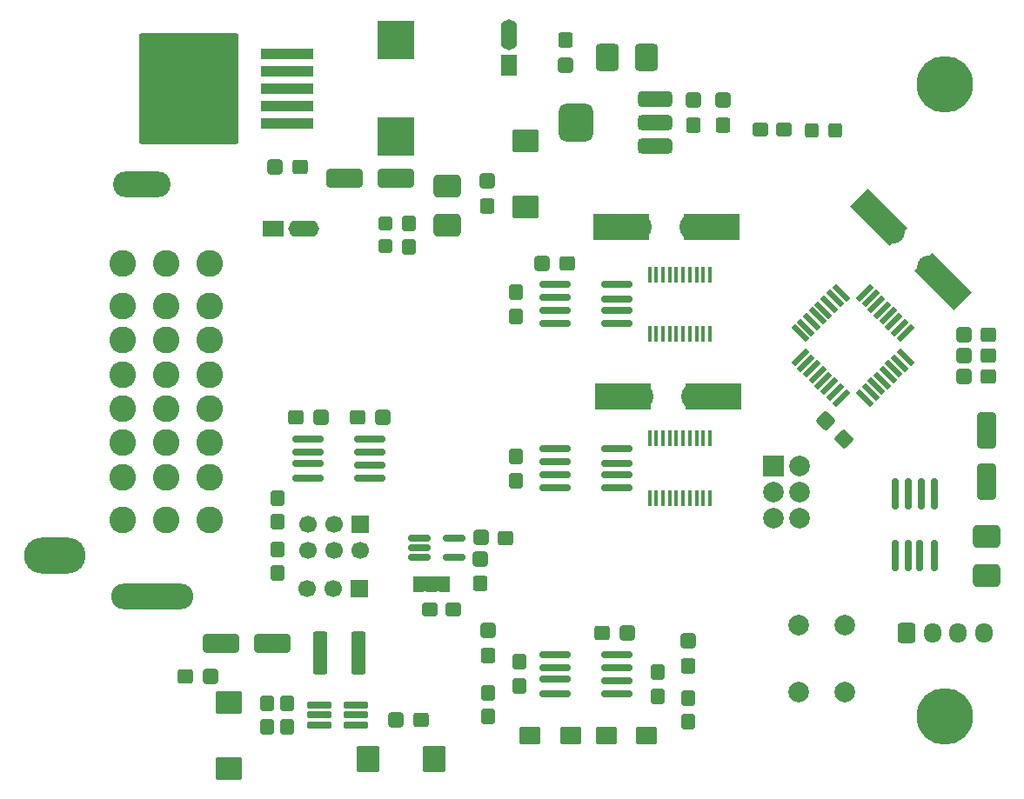
<source format=gbr>
%TF.GenerationSoftware,KiCad,Pcbnew,9.0.2*%
%TF.CreationDate,2025-08-14T17:52:04+08:00*%
%TF.ProjectId,SSRU_v3.1,53535255-5f76-4332-9e31-2e6b69636164,rev?*%
%TF.SameCoordinates,Original*%
%TF.FileFunction,Soldermask,Top*%
%TF.FilePolarity,Negative*%
%FSLAX46Y46*%
G04 Gerber Fmt 4.6, Leading zero omitted, Abs format (unit mm)*
G04 Created by KiCad (PCBNEW 9.0.2) date 2025-08-14 17:52:04*
%MOMM*%
%LPD*%
G01*
G04 APERTURE LIST*
G04 Aperture macros list*
%AMRoundRect*
0 Rectangle with rounded corners*
0 $1 Rounding radius*
0 $2 $3 $4 $5 $6 $7 $8 $9 X,Y pos of 4 corners*
0 Add a 4 corners polygon primitive as box body*
4,1,4,$2,$3,$4,$5,$6,$7,$8,$9,$2,$3,0*
0 Add four circle primitives for the rounded corners*
1,1,$1+$1,$2,$3*
1,1,$1+$1,$4,$5*
1,1,$1+$1,$6,$7*
1,1,$1+$1,$8,$9*
0 Add four rect primitives between the rounded corners*
20,1,$1+$1,$2,$3,$4,$5,0*
20,1,$1+$1,$4,$5,$6,$7,0*
20,1,$1+$1,$6,$7,$8,$9,0*
20,1,$1+$1,$8,$9,$2,$3,0*%
%AMRotRect*
0 Rectangle, with rotation*
0 The origin of the aperture is its center*
0 $1 length*
0 $2 width*
0 $3 Rotation angle, in degrees counterclockwise*
0 Add horizontal line*
21,1,$1,$2,0,0,$3*%
G04 Aperture macros list end*
%ADD10R,2.000000X1.600000*%
%ADD11O,3.000000X1.600000*%
%ADD12RoundRect,0.150000X1.350000X0.150000X-1.350000X0.150000X-1.350000X-0.150000X1.350000X-0.150000X0*%
%ADD13RoundRect,0.150000X1.337500X0.150000X-1.337500X0.150000X-1.337500X-0.150000X1.337500X-0.150000X0*%
%ADD14RoundRect,0.150000X0.150000X-1.350000X0.150000X1.350000X-0.150000X1.350000X-0.150000X-1.350000X0*%
%ADD15RoundRect,0.150000X0.150000X-1.337500X0.150000X1.337500X-0.150000X1.337500X-0.150000X-1.337500X0*%
%ADD16O,5.600000X2.500000*%
%ADD17O,6.000000X3.500000*%
%ADD18O,8.000000X2.500000*%
%ADD19C,2.600000*%
%ADD20RoundRect,0.150000X-1.350000X-0.150000X1.350000X-0.150000X1.350000X0.150000X-1.350000X0.150000X0*%
%ADD21RoundRect,0.150000X-1.337500X-0.150000X1.337500X-0.150000X1.337500X0.150000X-1.337500X0.150000X0*%
%ADD22RoundRect,0.390352X-0.722148X-0.934648X0.722148X-0.934648X0.722148X0.934648X-0.722148X0.934648X0*%
%ADD23RoundRect,0.100000X-0.100000X0.687500X-0.100000X-0.687500X0.100000X-0.687500X0.100000X0.687500X0*%
%ADD24RoundRect,0.100000X-0.099999X0.687500X-0.099999X-0.687500X0.099999X-0.687500X0.099999X0.687500X0*%
%ADD25RoundRect,0.305575X0.412525X-0.460025X0.412525X0.460025X-0.412525X0.460025X-0.412525X-0.460025X0*%
%ADD26RoundRect,0.308511X0.416489X-0.457089X0.416489X0.457089X-0.416489X0.457089X-0.416489X-0.457089X0*%
%ADD27RoundRect,0.305575X0.460025X0.412525X-0.460025X0.412525X-0.460025X-0.412525X0.460025X-0.412525X0*%
%ADD28RoundRect,0.308511X0.457089X0.416489X-0.457089X0.416489X-0.457089X-0.416489X0.457089X-0.416489X0*%
%ADD29RoundRect,0.278125X0.389375X-0.474375X0.389375X0.474375X-0.389375X0.474375X-0.389375X-0.474375X0*%
%ADD30RoundRect,0.375000X1.300000X0.375000X-1.300000X0.375000X-1.300000X-0.375000X1.300000X-0.375000X0*%
%ADD31RoundRect,0.837500X0.837500X1.062500X-0.837500X1.062500X-0.837500X-1.062500X0.837500X-1.062500X0*%
%ADD32RoundRect,0.387500X1.287500X0.387500X-1.287500X0.387500X-1.287500X-0.387500X1.287500X-0.387500X0*%
%ADD33C,5.500000*%
%ADD34RoundRect,0.250001X-1.044999X0.872499X-1.044999X-0.872499X1.044999X-0.872499X1.044999X0.872499X0*%
%ADD35RoundRect,0.305575X-0.460025X-0.412525X0.460025X-0.412525X0.460025X0.412525X-0.460025X0.412525X0*%
%ADD36RoundRect,0.308511X-0.457089X-0.416489X0.457089X-0.416489X0.457089X0.416489X-0.457089X0.416489X0*%
%ADD37R,2.000000X2.000000*%
%ADD38C,2.000000*%
%ADD39RoundRect,0.293478X-0.406522X0.381522X-0.406522X-0.381522X0.406522X-0.381522X0.406522X0.381522X0*%
%ADD40RoundRect,0.250000X-0.600000X-0.725000X0.600000X-0.725000X0.600000X0.725000X-0.600000X0.725000X0*%
%ADD41O,1.700000X1.950000*%
%ADD42RoundRect,0.305575X-0.412525X0.460025X-0.412525X-0.460025X0.412525X-0.460025X0.412525X0.460025X0*%
%ADD43RoundRect,0.308511X-0.416489X0.457089X-0.416489X-0.457089X0.416489X-0.457089X0.416489X0.457089X0*%
%ADD44RoundRect,0.293478X0.381522X0.406522X-0.381522X0.406522X-0.381522X-0.406522X0.381522X-0.406522X0*%
%ADD45C,2.400000*%
%ADD46R,5.500000X2.500000*%
%ADD47RoundRect,0.278125X-0.389375X0.474375X-0.389375X-0.474375X0.389375X-0.474375X0.389375X0.474375X0*%
%ADD48R,1.000000X1.500000*%
%ADD49RotRect,5.500000X2.500000X315.000000*%
%ADD50RoundRect,0.390352X0.934648X-0.722148X0.934648X0.722148X-0.934648X0.722148X-0.934648X-0.722148X0*%
%ADD51R,1.700000X1.700000*%
%ADD52C,1.700000*%
%ADD53RoundRect,0.336539X0.713461X0.538461X-0.713461X0.538461X-0.713461X-0.538461X0.713461X-0.538461X0*%
%ADD54RoundRect,0.250000X-0.650000X1.500000X-0.650000X-1.500000X0.650000X-1.500000X0.650000X1.500000X0*%
%ADD55RoundRect,0.250000X1.500000X0.650000X-1.500000X0.650000X-1.500000X-0.650000X1.500000X-0.650000X0*%
%ADD56RotRect,2.000000X0.550000X225.000000*%
%ADD57RotRect,2.000000X0.550000X315.000000*%
%ADD58RotRect,2.000000X0.525000X315.000000*%
%ADD59RotRect,2.000000X0.575000X315.000000*%
%ADD60RotRect,2.000000X0.525000X225.000000*%
%ADD61RoundRect,0.278125X0.474375X0.389375X-0.474375X0.389375X-0.474375X-0.389375X0.474375X-0.389375X0*%
%ADD62RoundRect,0.278125X-0.474375X-0.389375X0.474375X-0.389375X0.474375X0.389375X-0.474375X0.389375X0*%
%ADD63RoundRect,0.336539X-0.713461X-0.538461X0.713461X-0.538461X0.713461X0.538461X-0.713461X0.538461X0*%
%ADD64RoundRect,0.249999X0.450001X1.850001X-0.450001X1.850001X-0.450001X-1.850001X0.450001X-1.850001X0*%
%ADD65RoundRect,0.250000X2.325000X0.300000X-2.325000X0.300000X-2.325000X-0.300000X2.325000X-0.300000X0*%
%ADD66RoundRect,0.257981X4.592019X5.142019X-4.592019X5.142019X-4.592019X-5.142019X4.592019X-5.142019X0*%
%ADD67RoundRect,0.250001X-0.872499X-1.044999X0.872499X-1.044999X0.872499X1.044999X-0.872499X1.044999X0*%
%ADD68RoundRect,0.162500X-1.052500X-0.162500X1.052500X-0.162500X1.052500X0.162500X-1.052500X0.162500X0*%
%ADD69RoundRect,0.305575X0.616986X-0.033588X-0.033588X0.616986X-0.616986X0.033588X0.033588X-0.616986X0*%
%ADD70RoundRect,0.308511X0.617713X-0.028709X-0.028709X0.617713X-0.617713X0.028709X0.028709X-0.617713X0*%
%ADD71RoundRect,0.162500X-0.927500X-0.162500X0.927500X-0.162500X0.927500X0.162500X-0.927500X0.162500X0*%
%ADD72R,3.600000X3.800000*%
%ADD73R,1.600000X2.000000*%
%ADD74O,1.600000X3.000000*%
G04 APERTURE END LIST*
%TO.C,J5*%
G36*
X140800000Y-119985000D02*
G01*
X139200000Y-119985000D01*
X139200000Y-118485000D01*
X140800000Y-118485000D01*
X140800000Y-119985000D01*
G37*
%TD*%
D10*
%TO.C,C7*%
X124550000Y-84600000D03*
D11*
X127550000Y-84600000D03*
%TD*%
D12*
%TO.C,U10*%
X158000000Y-93905000D03*
X158000000Y-92635000D03*
D13*
X158012500Y-91500000D03*
D12*
X158000000Y-90095000D03*
X152000000Y-90095000D03*
X152000000Y-91365000D03*
X152000000Y-92635000D03*
X152000000Y-93905000D03*
%TD*%
D14*
%TO.C,U13*%
X185095000Y-116500000D03*
X186365000Y-116500000D03*
D15*
X187500000Y-116512500D03*
D14*
X188905000Y-116500000D03*
X188905000Y-110500000D03*
X187635000Y-110500000D03*
X186365000Y-110500000D03*
X185095000Y-110500000D03*
%TD*%
D16*
%TO.C,J2*%
X111775000Y-80295000D03*
D17*
X103375000Y-116495000D03*
D18*
X112775000Y-120495000D03*
D19*
X118375000Y-88020000D03*
X118375000Y-92170000D03*
X118375000Y-95500000D03*
X118375000Y-98830000D03*
X118375000Y-102135000D03*
X118375000Y-105490000D03*
X118375000Y-108820000D03*
X118375000Y-112970000D03*
X114175000Y-88020000D03*
X114175000Y-92170000D03*
X114175000Y-95500000D03*
X114175000Y-98830000D03*
X114175000Y-102135000D03*
X114175000Y-105490000D03*
X114175000Y-108820000D03*
X114175000Y-112970000D03*
X109975000Y-88020000D03*
X109975000Y-92170000D03*
X109975000Y-95500000D03*
X109975000Y-98830000D03*
X109975000Y-102135000D03*
X109975000Y-105490000D03*
X109975000Y-108820000D03*
X109975000Y-112970000D03*
%TD*%
D20*
%TO.C,U14*%
X152000000Y-126095000D03*
X152000000Y-127365000D03*
D21*
X151987500Y-128500000D03*
D20*
X152000000Y-129905000D03*
X158000000Y-129905000D03*
X158000000Y-128635000D03*
X158000000Y-127365000D03*
X158000000Y-126095000D03*
%TD*%
D22*
%TO.C,F2*%
X157112500Y-68000000D03*
X160887500Y-68000000D03*
%TD*%
D23*
%TO.C,U1*%
X167077500Y-89087500D03*
X166427500Y-89087500D03*
X165777500Y-89087500D03*
D24*
X165127499Y-89087500D03*
D23*
X164477500Y-89087500D03*
X163827500Y-89087500D03*
X163177500Y-89087500D03*
X162527500Y-89087500D03*
X161877500Y-89087500D03*
X161227500Y-89087500D03*
X161227500Y-94912500D03*
X161877500Y-94912500D03*
X162527500Y-94912500D03*
X163177500Y-94912500D03*
X163827500Y-94912500D03*
X164477500Y-94912500D03*
X165127500Y-94912500D03*
D24*
X165777499Y-94912500D03*
X166427499Y-94912500D03*
X167077499Y-94912500D03*
%TD*%
D25*
%TO.C,C25*%
X145493100Y-126215600D03*
D26*
X145500000Y-123784400D03*
%TD*%
D27*
%TO.C,C3*%
X194215600Y-99006900D03*
D28*
X191784400Y-99000000D03*
%TD*%
D25*
%TO.C,C9*%
X168393100Y-74531200D03*
D26*
X168400000Y-72100000D03*
%TD*%
D29*
%TO.C,R44*%
X125967500Y-133152500D03*
X125967500Y-130847500D03*
%TD*%
D30*
%TO.C,U5*%
X161725000Y-76600000D03*
D31*
X154075000Y-74300000D03*
D32*
X161725000Y-72025000D03*
D30*
X161725000Y-74300000D03*
%TD*%
D33*
%TO.C,H2*%
X189967641Y-132097800D03*
%TD*%
D34*
%TO.C,C33*%
X120250000Y-130792500D03*
X120250000Y-137207500D03*
%TD*%
D29*
%TO.C,R28*%
X161967500Y-130152500D03*
X161967500Y-127847500D03*
%TD*%
D35*
%TO.C,C14*%
X126784400Y-102993100D03*
D36*
X129215600Y-103000000D03*
%TD*%
D37*
%TO.C,J4*%
X173250000Y-107750000D03*
D38*
X175790000Y-107750000D03*
X173250000Y-110290000D03*
X175790000Y-110290000D03*
X173250000Y-112830000D03*
X175790000Y-112830000D03*
%TD*%
D39*
%TO.C,D4*%
X135467500Y-84125000D03*
X135467500Y-86375000D03*
%TD*%
D27*
%TO.C,C40*%
X153215600Y-88006900D03*
D28*
X150784400Y-88000000D03*
%TD*%
D25*
%TO.C,C19*%
X144743100Y-119215600D03*
D26*
X144750000Y-116784400D03*
%TD*%
D40*
%TO.C,J31*%
X186250000Y-123975000D03*
D41*
X188750000Y-123975000D03*
X191250000Y-123975000D03*
X193750000Y-123975000D03*
%TD*%
D38*
%TO.C,SW1*%
X175750000Y-129750000D03*
X175750000Y-123250000D03*
X180250000Y-129750000D03*
X180250000Y-123250000D03*
%TD*%
D27*
%TO.C,C30*%
X147215600Y-114741900D03*
D28*
X144784400Y-114735000D03*
%TD*%
D25*
%TO.C,C22*%
X164993100Y-127215600D03*
D26*
X165000000Y-124784400D03*
%TD*%
D42*
%TO.C,C12*%
X153006900Y-66284400D03*
D43*
X153000000Y-68715600D03*
%TD*%
D44*
%TO.C,D3*%
X179277500Y-75032500D03*
X177027500Y-75032500D03*
%TD*%
D29*
%TO.C,R7*%
X124967500Y-118152500D03*
X124967500Y-115847500D03*
%TD*%
D27*
%TO.C,C6*%
X127215600Y-78606900D03*
D28*
X124784400Y-78600000D03*
%TD*%
D45*
%TO.C,Y3*%
X165493282Y-101000000D03*
D46*
X167406719Y-100991762D03*
X158593282Y-101000000D03*
D45*
X160413282Y-101000000D03*
%TD*%
%TO.C,Y4*%
X165343282Y-84500000D03*
D46*
X167256719Y-84491762D03*
X158443282Y-84500000D03*
D45*
X160263282Y-84500000D03*
%TD*%
D35*
%TO.C,C21*%
X156584400Y-123993100D03*
D36*
X159015600Y-124000000D03*
%TD*%
D47*
%TO.C,R39*%
X137782500Y-84097500D03*
X137782500Y-86402500D03*
%TD*%
D48*
%TO.C,J5*%
X141300000Y-119235000D03*
X140000000Y-119235000D03*
X138700000Y-119235000D03*
%TD*%
D45*
%TO.C,Y1*%
X184867589Y-84890266D03*
D49*
X183508760Y-83543087D03*
X189746626Y-89769303D03*
D45*
X188459691Y-88482368D03*
%TD*%
D50*
%TO.C,F1*%
X141500000Y-84275000D03*
X141500000Y-80500000D03*
%TD*%
D25*
%TO.C,C10*%
X145393100Y-82431200D03*
D26*
X145400000Y-80000000D03*
%TD*%
D12*
%TO.C,U12*%
X158000000Y-109905000D03*
X158000000Y-108635000D03*
D13*
X158012500Y-107500000D03*
D12*
X158000000Y-106095000D03*
X152000000Y-106095000D03*
X152000000Y-107365000D03*
X152000000Y-108635000D03*
X152000000Y-109905000D03*
%TD*%
D47*
%TO.C,R23*%
X124032500Y-130847500D03*
X124032500Y-133152500D03*
%TD*%
D51*
%TO.C,J1*%
X133000000Y-119735000D03*
D52*
X130460000Y-119735000D03*
X127920000Y-119735000D03*
%TD*%
D27*
%TO.C,C2*%
X194215600Y-95006900D03*
D28*
X191784400Y-95000000D03*
%TD*%
D53*
%TO.C,R24*%
X160950000Y-134000000D03*
X157050000Y-134000000D03*
%TD*%
D54*
%TO.C,D6*%
X194000000Y-104250000D03*
X194000000Y-109250000D03*
%TD*%
D55*
%TO.C,D5*%
X124500000Y-125000000D03*
X119500000Y-125000000D03*
%TD*%
D25*
%TO.C,C8*%
X165493100Y-74531200D03*
D26*
X165500000Y-72100000D03*
%TD*%
D56*
%TO.C,U2*%
X186126524Y-94833274D03*
X185560839Y-94267588D03*
X184995153Y-93701903D03*
X184429468Y-93136218D03*
X183863782Y-92570532D03*
X183298097Y-92004847D03*
X182732412Y-91439161D03*
X182166726Y-90873476D03*
D57*
X179833274Y-90873476D03*
D58*
X179276427Y-91430322D03*
D59*
X178693064Y-92013686D03*
D57*
X178136218Y-92570532D03*
X177570532Y-93136218D03*
X177004847Y-93701903D03*
X176439161Y-94267588D03*
X175873476Y-94833274D03*
D56*
X175873476Y-97166726D03*
X176439161Y-97732412D03*
X177004847Y-98298097D03*
D60*
X177579371Y-98872621D03*
D56*
X178136218Y-99429468D03*
X178701903Y-99995153D03*
X179267588Y-100560839D03*
X179833274Y-101126524D03*
D57*
X182166726Y-101126524D03*
X182732412Y-100560839D03*
X183298097Y-99995153D03*
X183863782Y-99429468D03*
X184429468Y-98863782D03*
X184995153Y-98298097D03*
X185560839Y-97732412D03*
X186126524Y-97166726D03*
%TD*%
D61*
%TO.C,R3*%
X142152500Y-121767500D03*
X139847500Y-121767500D03*
%TD*%
D62*
%TO.C,R38*%
X172000000Y-75000000D03*
X174305000Y-75000000D03*
%TD*%
D47*
%TO.C,R17*%
X148185000Y-90847500D03*
X148185000Y-93152500D03*
%TD*%
D33*
%TO.C,H1*%
X189967641Y-70597800D03*
%TD*%
D63*
%TO.C,R25*%
X149604317Y-134000000D03*
X153504317Y-134000000D03*
%TD*%
D47*
%TO.C,R8*%
X125032500Y-110847500D03*
X125032500Y-113152500D03*
%TD*%
D64*
%TO.C,L2*%
X132850000Y-126000000D03*
X129150000Y-126000000D03*
%TD*%
D65*
%TO.C,U4*%
X125925000Y-74400000D03*
X125925000Y-72700000D03*
X125925000Y-71000000D03*
D66*
X116350000Y-71000000D03*
D65*
X125925000Y-69300000D03*
X125925000Y-67600000D03*
%TD*%
D50*
%TO.C,F3*%
X194000000Y-118387500D03*
X194000000Y-114612500D03*
%TD*%
D67*
%TO.C,C32*%
X133792500Y-136250000D03*
X140207500Y-136250000D03*
%TD*%
D68*
%TO.C,U9*%
X129065000Y-131050000D03*
X129065000Y-132000000D03*
X129065000Y-132950000D03*
X132635000Y-132950000D03*
X132635000Y-132000000D03*
X132635000Y-131050000D03*
%TD*%
D35*
%TO.C,C35*%
X116034400Y-128243100D03*
D36*
X118465600Y-128250000D03*
%TD*%
D23*
%TO.C,U7*%
X167077500Y-105087500D03*
X166427500Y-105087500D03*
X165777500Y-105087500D03*
D24*
X165127499Y-105087500D03*
D23*
X164477500Y-105087500D03*
X163827500Y-105087500D03*
X163177500Y-105087500D03*
X162527500Y-105087500D03*
X161877500Y-105087500D03*
X161227500Y-105087500D03*
X161227500Y-110912500D03*
X161877500Y-110912500D03*
X162527500Y-110912500D03*
X163177500Y-110912500D03*
X163827500Y-110912500D03*
X164477500Y-110912500D03*
X165127500Y-110912500D03*
D24*
X165777499Y-110912500D03*
X166427499Y-110912500D03*
X167077499Y-110912500D03*
%TD*%
D29*
%TO.C,R29*%
X164967500Y-132652500D03*
X164967500Y-130347500D03*
%TD*%
%TO.C,R33*%
X148521817Y-129152500D03*
X148521817Y-126847500D03*
%TD*%
D27*
%TO.C,C34*%
X138965600Y-132506900D03*
D28*
X136534400Y-132500000D03*
%TD*%
D69*
%TO.C,C28*%
X180104680Y-105114438D03*
D70*
X178390441Y-103390441D03*
%TD*%
D71*
%TO.C,U8*%
X138840000Y-114785000D03*
X138840000Y-115735000D03*
X138840000Y-116685000D03*
X142160000Y-116685000D03*
X142160000Y-114785000D03*
%TD*%
D47*
%TO.C,R22*%
X148185000Y-106847500D03*
X148185000Y-109152500D03*
%TD*%
D55*
%TO.C,D2*%
X136500000Y-79750000D03*
X131500000Y-79750000D03*
%TD*%
D51*
%TO.C,J3*%
X133040000Y-113460000D03*
D52*
X133040000Y-116000000D03*
X130500000Y-113460000D03*
X130500000Y-116000000D03*
X127960000Y-113460000D03*
X127960000Y-116000000D03*
%TD*%
D34*
%TO.C,C20*%
X149100000Y-76092500D03*
X149100000Y-82507500D03*
%TD*%
D27*
%TO.C,C1*%
X194215600Y-97006900D03*
D28*
X191784400Y-97000000D03*
%TD*%
D35*
%TO.C,C13*%
X132784400Y-102993100D03*
D36*
X135215600Y-103000000D03*
%TD*%
D72*
%TO.C,L1*%
X136500000Y-75700000D03*
X136500000Y-66300000D03*
%TD*%
D29*
%TO.C,R32*%
X145467500Y-132152500D03*
X145467500Y-129847500D03*
%TD*%
D73*
%TO.C,C11*%
X147500000Y-68750000D03*
D74*
X147500000Y-65750000D03*
%TD*%
D20*
%TO.C,U11*%
X128000000Y-105095000D03*
X128000000Y-106365000D03*
D21*
X127987500Y-107500000D03*
D20*
X128000000Y-108905000D03*
X134000000Y-108905000D03*
X134000000Y-107635000D03*
X134000000Y-106365000D03*
X134000000Y-105095000D03*
%TD*%
M02*

</source>
